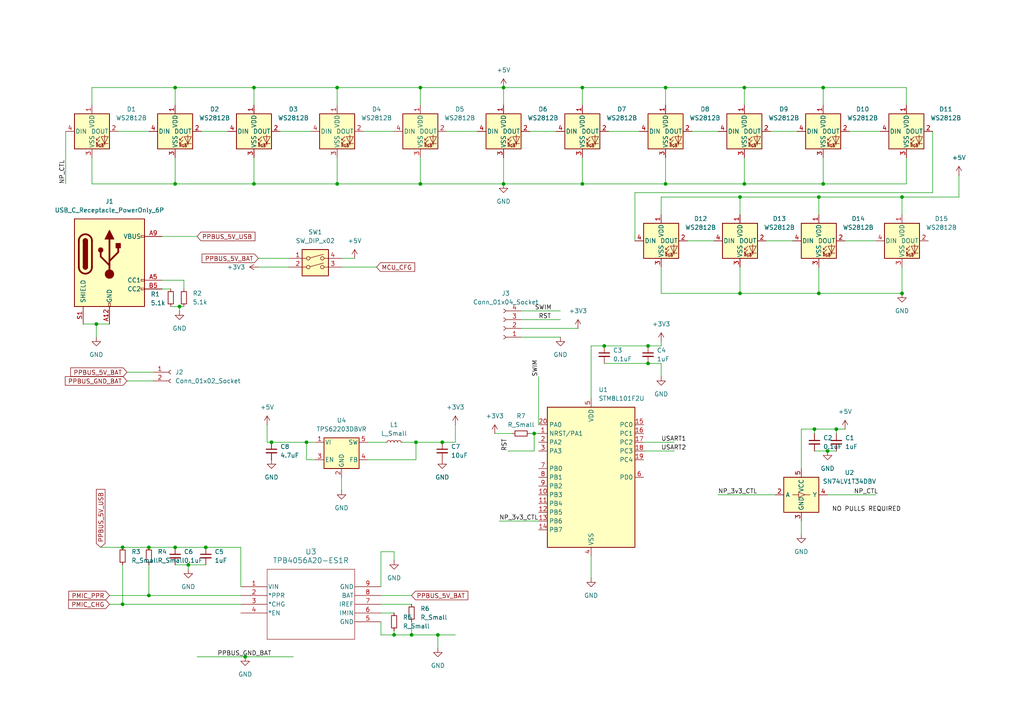
<source format=kicad_sch>
(kicad_sch (version 20241004) (generator "eeschema") (generator_version "8.99")
  (paper "A4")
  (lib_symbols
    (symbol "2025-01-01_17-30-58:TPB4056A20-ES1R" (pin_names (offset 0.254))
      (property "Reference" "U" (at 20.32 10.16 0))
      (property "Value" "TPB4056A20-ES1R" (at 20.32 7.62 0))
      (symbol "TPB4056A20-ES1R_0_1"
        (polyline (pts (xy 7.62 5.08) (xy 7.62 -15.24)) (stroke (width 0.127)))
        (polyline (pts (xy 7.62 -15.24) (xy 33.02 -15.24)) (stroke (width 0.127)))
        (polyline (pts (xy 33.02 5.08) (xy 7.62 5.08)) (stroke (width 0.127)))
        (polyline (pts (xy 33.02 -15.24) (xy 33.02 5.08)) (stroke (width 0.127)))
        (pin power_in line (at 0 0 0) (length 7.62) (name "VIN") (number "1"))
        (pin output line (at 0 -2.54 0) (length 7.62) (name "*PPR") (number "2"))
        (pin output line (at 0 -5.08 0) (length 7.62) (name "*CHG") (number "3"))
        (pin input line (at 0 -7.62 0) (length 7.62) (name "*EN") (number "4"))
        (pin power_out line (at 40.64 0 180) (length 7.62) (name "GND") (number "9"))
        (pin output line (at 40.64 -2.54 180) (length 7.62) (name "BAT") (number "8"))
        (pin input line (at 40.64 -5.08 180) (length 7.62) (name "IREF") (number "7"))
        (pin input line (at 40.64 -7.62 180) (length 7.62) (name "IMIN") (number "6"))
        (pin power_out line (at 40.64 -10.16 180) (length 7.62) (name "GND") (number "5"))
      )
    )
    (symbol "Connector:Conn_01x02_Socket" (pin_names (offset 1.016) (hide yes))
      (property "Reference" "J" (at 0 2.54 0))
      (property "Value" "Conn_01x02_Socket" (at 0 -5.08 0))
      (symbol "Conn_01x02_Socket_1_1"
        (polyline (pts (xy -1.27 0) (xy -0.508 0)) (stroke (width 0.1524)))
        (polyline (pts (xy -1.27 -2.54) (xy -0.508 -2.54)) (stroke (width 0.1524)))
        (arc (start 0 -0.508) (mid -0.5058 0) (end 0 0.508) (stroke (width 0.1524)))
        (arc (start 0 -3.048) (mid -0.5058 -2.54) (end 0 -2.032) (stroke (width 0.1524)))
        (pin passive line (at -5.08 0 0) (length 3.81) (name "Pin_1") (number "1"))
        (pin passive line (at -5.08 -2.54 0) (length 3.81) (name "Pin_2") (number "2"))
      )
    )
    (symbol "Connector:Conn_01x04_Socket" (pin_names (offset 1.016) (hide yes))
      (property "Reference" "J" (at 0 5.08 0))
      (property "Value" "Conn_01x04_Socket" (at 0 -7.62 0))
      (symbol "Conn_01x04_Socket_1_1"
        (polyline (pts (xy -1.27 2.54) (xy -0.508 2.54)) (stroke (width 0.1524)))
        (polyline (pts (xy -1.27 0) (xy -0.508 0)) (stroke (width 0.1524)))
        (polyline (pts (xy -1.27 -2.54) (xy -0.508 -2.54)) (stroke (width 0.1524)))
        (polyline (pts (xy -1.27 -5.08) (xy -0.508 -5.08)) (stroke (width 0.1524)))
        (arc (start 0 2.032) (mid -0.5058 2.54) (end 0 3.048) (stroke (width 0.1524)))
        (arc (start 0 -0.508) (mid -0.5058 0) (end 0 0.508) (stroke (width 0.1524)))
        (arc (start 0 -3.048) (mid -0.5058 -2.54) (end 0 -2.032) (stroke (width 0.1524)))
        (arc (start 0 -5.588) (mid -0.5058 -5.08) (end 0 -4.572) (stroke (width 0.1524)))
        (pin passive line (at -5.08 2.54 0) (length 3.81) (name "Pin_1") (number "1"))
        (pin passive line (at -5.08 0 0) (length 3.81) (name "Pin_2") (number "2"))
        (pin passive line (at -5.08 -2.54 0) (length 3.81) (name "Pin_3") (number "3"))
        (pin passive line (at -5.08 -5.08 0) (length 3.81) (name "Pin_4") (number "4"))
      )
    )
    (symbol "Connector:USB_C_Receptacle_PowerOnly_6P" (pin_names (offset 1.016))
      (property "Reference" "J" (at 0 16.51 0))
      (property "Value" "USB_C_Receptacle_PowerOnly_6P" (at 0 13.97 0))
      (symbol "USB_C_Receptacle_PowerOnly_6P_0_0"
        (rectangle (start -0.254 -12.7) (end 0.254 -11.684))
        (rectangle (start 10.16 7.874) (end 9.144 7.366))
        (rectangle (start 10.16 -4.826) (end 9.144 -5.334))
        (rectangle (start 10.16 -7.366) (end 9.144 -7.874))
      )
      (symbol "USB_C_Receptacle_PowerOnly_6P_0_1"
        (rectangle (start -10.16 12.7) (end 10.16 -12.7) (stroke (width 0.254)) (fill (type background)))
        (polyline (pts (xy -8.89 -1.27) (xy -8.89 6.35)) (stroke (width 0.508)))
        (rectangle (start -7.62 -1.27) (end -6.35 6.35) (stroke (width 0.254)) (fill (type outline)))
        (arc (start -7.62 6.35) (mid -6.985 6.9823) (end -6.35 6.35) (stroke (width 0.254)) (fill (type outline)))
        (arc (start -7.62 6.35) (mid -6.985 6.9823) (end -6.35 6.35) (stroke (width 0.254)))
        (arc (start -8.89 6.35) (mid -6.985 8.2467) (end -5.08 6.35) (stroke (width 0.508)))
        (arc (start -5.08 -1.27) (mid -6.985 -3.1667) (end -8.89 -1.27) (stroke (width 0.508)))
        (arc (start -6.35 -1.27) (mid -6.985 -1.9023) (end -7.62 -1.27) (stroke (width 0.254)))
        (arc (start -6.35 -1.27) (mid -6.985 -1.9023) (end -7.62 -1.27) (stroke (width 0.254)) (fill (type outline)))
        (polyline (pts (xy -5.08 6.35) (xy -5.08 -1.27)) (stroke (width 0.508)))
        (circle (center -2.54 3.683) (radius 0.635) (stroke (width 0.254)) (fill (type outline)))
        (polyline (pts (xy -1.27 6.858) (xy 0 9.398) (xy 1.27 6.858) (xy -1.27 6.858)) (stroke (width 0.254)) (fill (type outline)))
        (polyline (pts (xy 0 0.508) (xy 2.54 3.048) (xy 2.54 4.318)) (stroke (width 0.508)))
        (polyline (pts (xy 0 -0.762) (xy -2.54 1.778) (xy -2.54 3.048)) (stroke (width 0.508)))
        (circle (center 0 -3.302) (radius 1.27) (fill (type outline)))
        (polyline (pts (xy 0 -3.302) (xy 0 6.858)) (stroke (width 0.508)))
        (rectangle (start 1.905 4.318) (end 3.175 5.588) (stroke (width 0.254)) (fill (type outline)))
      )
      (symbol "USB_C_Receptacle_PowerOnly_6P_1_1"
        (pin passive line (at -7.62 -17.78 90) (length 5.08) (name "SHIELD") (number "S1"))
        (pin passive line (at 0 -17.78 90) (length 5.08) (name "GND") (number "A12"))
        (pin passive line (at 0 -17.78 90) (length 5.08) (hide yes) (name "GND") (number "B12"))
        (pin passive line (at 15.24 7.62 180) (length 5.08) (name "VBUS") (number "A9"))
        (pin passive line (at 15.24 7.62 180) (length 5.08) (hide yes) (name "VBUS") (number "B9"))
        (pin bidirectional line (at 15.24 -5.08 180) (length 5.08) (name "CC1") (number "A5"))
        (pin bidirectional line (at 15.24 -7.62 180) (length 5.08) (name "CC2") (number "B5"))
      )
    )
    (symbol "Device:C_Small" (pin_numbers (hide yes)) (pin_names (offset 0.254) (hide yes))
      (property "Reference" "C" (at 0.254 1.778 0))
      (property "Value" "C_Small" (at 0.254 -2.032 0))
      (symbol "C_Small_0_1"
        (polyline (pts (xy -1.524 0.508) (xy 1.524 0.508)) (stroke (width 0.3048)))
        (polyline (pts (xy -1.524 -0.508) (xy 1.524 -0.508)) (stroke (width 0.3302)))
      )
      (symbol "C_Small_1_1"
        (pin passive line (at 0 2.54 270) (length 2.032) (name "~") (number "1"))
        (pin passive line (at 0 -2.54 90) (length 2.032) (name "~") (number "2"))
      )
    )
    (symbol "Device:L_Small" (pin_numbers (hide yes)) (pin_names (offset 0.254) (hide yes))
      (property "Reference" "L" (at 0.762 1.016 0))
      (property "Value" "L_Small" (at 0.762 -1.016 0))
      (symbol "L_Small_0_1"
        (arc (start 0 2.032) (mid 0.5058 1.524) (end 0 1.016))
        (arc (start 0 1.016) (mid 0.5058 0.508) (end 0 0))
        (arc (start 0 0) (mid 0.5058 -0.508) (end 0 -1.016))
        (arc (start 0 -1.016) (mid 0.5058 -1.524) (end 0 -2.032))
      )
      (symbol "L_Small_1_1"
        (pin passive line (at 0 2.54 270) (length 0.508) (name "~") (number "1"))
        (pin passive line (at 0 -2.54 90) (length 0.508) (name "~") (number "2"))
      )
    )
    (symbol "Device:R_Small" (pin_numbers (hide yes)) (pin_names (offset 0.254) (hide yes))
      (property "Reference" "R" (at 0.762 0.508 0))
      (property "Value" "R_Small" (at 0.762 -1.016 0))
      (symbol "R_Small_0_1"
        (rectangle (start -0.762 1.778) (end 0.762 -1.778) (stroke (width 0.2032)))
      )
      (symbol "R_Small_1_1"
        (pin passive line (at 0 2.54 270) (length 0.762) (name "~") (number "1"))
        (pin passive line (at 0 -2.54 90) (length 0.762) (name "~") (number "2"))
      )
    )
    (symbol "LED:WS2812B" (pin_names (offset 0.254))
      (property "Reference" "D" (at 5.08 5.715 0))
      (property "Value" "WS2812B" (at 1.27 -5.715 0))
      (symbol "WS2812B_0_0"
        (text "RGB" (at 2.286 -4.191 0) (effects (font (size 0.762 0.762))))
      )
      (symbol "WS2812B_0_1"
        (polyline (pts (xy 1.27 -2.54) (xy 1.778 -2.54)))
        (polyline (pts (xy 1.27 -3.556) (xy 1.778 -3.556)))
        (polyline (pts (xy 2.286 -1.524) (xy 1.27 -2.54) (xy 1.27 -2.032)))
        (polyline (pts (xy 2.286 -2.54) (xy 1.27 -3.556) (xy 1.27 -3.048)))
        (polyline (pts (xy 3.683 -1.016) (xy 3.683 -3.556) (xy 3.683 -4.064)))
        (polyline (pts (xy 4.699 -1.524) (xy 2.667 -1.524) (xy 3.683 -3.556) (xy 4.699 -1.524)))
        (polyline (pts (xy 4.699 -3.556) (xy 2.667 -3.556)))
        (rectangle (start 5.08 5.08) (end -5.08 -5.08) (stroke (width 0.254)) (fill (type background)))
      )
      (symbol "WS2812B_1_1"
        (pin input line (at -7.62 0 0) (length 2.54) (name "DIN") (number "4"))
        (pin power_in line (at 0 7.62 270) (length 2.54) (name "VDD") (number "1"))
        (pin power_in line (at 0 -7.62 90) (length 2.54) (name "VSS") (number "3"))
        (pin output line (at 7.62 0 180) (length 2.54) (name "DOUT") (number "2"))
      )
    )
    (symbol "Logic_LevelTranslator:SN74LV1T34DBV"
      (property "Reference" "U" (at 5.08 6.35 0))
      (property "Value" "SN74LV1T34DBV" (at 5.08 3.81 0))
      (symbol "SN74LV1T34DBV_0_1"
        (rectangle (start -5.08 5.08) (end 5.08 -5.08) (stroke (width 0.254)) (fill (type background)))
        (polyline (pts (xy -0.762 0) (xy -2.54 0)))
        (polyline (pts (xy 1.016 0) (xy 2.54 0)))
      )
      (symbol "SN74LV1T34DBV_1_1"
        (polyline (pts (xy -0.762 -0.762) (xy -0.762 0.762) (xy 1.016 0) (xy -0.762 -0.762)))
        (pin input line (at -7.62 0 0) (length 2.54) (name "A") (number "2"))
        (pin no_connect line (at -5.08 2.54 0) (length 2.54) (hide yes) (name "NC") (number "1"))
        (pin power_in line (at 0 7.62 270) (length 2.54) (name "VCC") (number "5"))
        (pin power_in line (at 0 -7.62 90) (length 2.54) (name "GND") (number "3"))
        (pin output line (at 7.62 0 180) (length 2.54) (name "Y") (number "4"))
      )
    )
    (symbol "MCU_ST_STM8:STM8L101F2U"
      (property "Reference" "U" (at -2.54 23.495 0))
      (property "Value" "STM8L101F2U" (at -2.54 21.59 0))
      (symbol "STM8L101F2U_0_1"
        (rectangle (start -12.7 20.32) (end 12.7 -20.32) (stroke (width 0.254)) (fill (type background)))
      )
      (symbol "STM8L101F2U_1_1"
        (pin bidirectional line (at -15.24 15.24 0) (length 2.54) (name "PA0") (number "20"))
        (pin bidirectional line (at -15.24 12.7 0) (length 2.54) (name "NRST/PA1") (number "1"))
        (pin bidirectional line (at -15.24 10.16 0) (length 2.54) (name "PA2") (number "2"))
        (pin bidirectional line (at -15.24 7.62 0) (length 2.54) (name "PA3") (number "3"))
        (pin bidirectional line (at -15.24 2.54 0) (length 2.54) (name "PB0") (number "7"))
        (pin bidirectional line (at -15.24 0 0) (length 2.54) (name "PB1") (number "8"))
        (pin bidirectional line (at -15.24 -2.54 0) (length 2.54) (name "PB2") (number "9"))
        (pin bidirectional line (at -15.24 -5.08 0) (length 2.54) (name "PB3") (number "10"))
        (pin bidirectional line (at -15.24 -7.62 0) (length 2.54) (name "PB4") (number "11"))
        (pin bidirectional line (at -15.24 -10.16 0) (length 2.54) (name "PB5") (number "12"))
        (pin bidirectional line (at -15.24 -12.7 0) (length 2.54) (name "PB6") (number "13"))
        (pin bidirectional line (at -15.24 -15.24 0) (length 2.54) (name "PB7") (number "14"))
        (pin power_in line (at 0 22.86 270) (length 2.54) (name "VDD") (number "5"))
        (pin power_in line (at 0 -22.86 90) (length 2.54) (name "VSS") (number "4"))
        (pin bidirectional line (at 15.24 15.24 180) (length 2.54) (name "PC0") (number "15"))
        (pin bidirectional line (at 15.24 12.7 180) (length 2.54) (name "PC1") (number "16"))
        (pin bidirectional line (at 15.24 10.16 180) (length 2.54) (name "PC2") (number "17"))
        (pin bidirectional line (at 15.24 7.62 180) (length 2.54) (name "PC3") (number "18"))
        (pin bidirectional line (at 15.24 5.08 180) (length 2.54) (name "PC4") (number "19"))
        (pin bidirectional line (at 15.24 0 180) (length 2.54) (name "PD0") (number "6"))
      )
    )
    (symbol "Regulator_Switching:TPS62203DBV" (pin_names (offset 0.254))
      (property "Reference" "U" (at -5.08 7.62 0))
      (property "Value" "TPS62203DBV" (at 0 7.62 0))
      (symbol "TPS62203DBV_0_1"
        (rectangle (start -5.08 6.35) (end 5.08 -2.54) (stroke (width 0.254)) (fill (type background)))
      )
      (symbol "TPS62203DBV_1_1"
        (pin power_in line (at -7.62 5.08 0) (length 2.54) (name "VI") (number "1"))
        (pin input line (at -7.62 0 0) (length 2.54) (name "EN") (number "3"))
        (pin power_in line (at 0 -5.08 90) (length 2.54) (name "GND") (number "2"))
        (pin output line (at 7.62 5.08 180) (length 2.54) (name "SW") (number "5"))
        (pin input line (at 7.62 0 180) (length 2.54) (name "FB") (number "4"))
      )
    )
    (symbol "Switch:SW_DIP_x02" (pin_names (offset 0) (hide yes))
      (property "Reference" "SW" (at 0 6.35 0))
      (property "Value" "SW_DIP_x02" (at 0 -3.81 0))
      (symbol "SW_DIP_x02_0_0"
        (circle (center -2.032 2.54) (radius 0.508))
        (circle (center -2.032 0) (radius 0.508))
        (polyline (pts (xy -1.524 2.667) (xy 2.3622 3.7084)))
        (polyline (pts (xy -1.524 0.127) (xy 2.3622 1.1684)))
        (circle (center 2.032 2.54) (radius 0.508))
        (circle (center 2.032 0) (radius 0.508))
      )
      (symbol "SW_DIP_x02_0_1"
        (rectangle (start -3.81 5.08) (end 3.81 -2.54) (stroke (width 0.254)) (fill (type background)))
      )
      (symbol "SW_DIP_x02_1_1"
        (pin passive line (at -7.62 2.54 0) (length 5.08) (name "~") (number "1"))
        (pin passive line (at -7.62 0 0) (length 5.08) (name "~") (number "2"))
        (pin passive line (at 7.62 2.54 180) (length 5.08) (name "~") (number "4"))
        (pin passive line (at 7.62 0 180) (length 5.08) (name "~") (number "3"))
      )
    )
    (symbol "power:+3V3" (power) (pin_numbers (hide yes)) (pin_names (offset 0) (hide yes))
      (property "Value" "+3V3" (at 0 3.556 0))
      (symbol "+3V3_0_1"
        (polyline (pts (xy -0.762 1.27) (xy 0 2.54)))
        (polyline (pts (xy 0 2.54) (xy 0.762 1.27)))
        (polyline (pts (xy 0 0) (xy 0 2.54)))
      )
      (symbol "+3V3_1_1"
        (pin power_in line (at 0 0 90) (length 0) (name "~") (number "1"))
      )
    )
    (symbol "power:+5V" (power) (pin_numbers (hide yes)) (pin_names (offset 0) (hide yes))
      (property "Value" "+5V" (at 0 3.556 0))
      (symbol "+5V_0_1"
        (polyline (pts (xy -0.762 1.27) (xy 0 2.54)))
        (polyline (pts (xy 0 2.54) (xy 0.762 1.27)))
        (polyline (pts (xy 0 0) (xy 0 2.54)))
      )
      (symbol "+5V_1_1"
        (pin power_in line (at 0 0 90) (length 0) (name "~") (number "1"))
      )
    )
    (symbol "power:GND" (power) (pin_numbers (hide yes)) (pin_names (offset 0) (hide yes))
      (property "Value" "GND" (at 0 -3.81 0))
      (symbol "GND_0_1"
        (polyline (pts (xy 0 0) (xy 0 -1.27) (xy 1.27 -1.27) (xy 0 -2.54) (xy -1.27 -1.27) (xy 0 -1.27)))
      )
      (symbol "GND_1_1"
        (pin power_in line (at 0 0 270) (length 0) (name "~") (number "1"))
      )
    )
  )
  (junction (at 146.05 25.4))
  (junction (at 88.9 128.27))
  (junction (at 154.94 125.73))
  (junction (at 35.56 158.75))
  (junction (at 237.49 85.09))
  (junction (at 97.79 53.34))
  (junction (at 215.9 53.34))
  (junction (at 50.8 53.34))
  (junction (at 215.9 25.4))
  (junction (at 128.27 128.27))
  (junction (at 187.96 100.33))
  (junction (at 50.8 158.75))
  (junction (at 119.38 184.15))
  (junction (at 238.76 25.4))
  (junction (at 237.49 57.15))
  (junction (at 175.26 100.33))
  (junction (at 261.62 57.15))
  (junction (at 54.61 163.83))
  (junction (at 236.22 124.46))
  (junction (at 73.66 53.34))
  (junction (at 261.62 85.09))
  (junction (at 168.91 53.34))
  (junction (at 97.79 25.4))
  (junction (at 214.63 85.09))
  (junction (at 146.05 53.34))
  (junction (at 168.91 25.4))
  (junction (at 43.18 158.75))
  (junction (at 193.04 25.4))
  (junction (at 238.76 53.34))
  (junction (at 35.56 175.26))
  (junction (at 50.8 25.4))
  (junction (at 242.57 124.46))
  (junction (at 27.94 93.98))
  (junction (at 43.18 172.72))
  (junction (at 73.66 25.4))
  (junction (at 114.3 184.15))
  (junction (at 187.96 105.41))
  (junction (at 214.63 57.15))
  (junction (at 78.74 128.27))
  (junction (at 52.07 88.9))
  (junction (at 59.69 158.75))
  (junction (at 193.04 53.34))
  (junction (at 71.12 190.5))
  (junction (at 121.92 53.34))
  (junction (at 127 184.15))
  (junction (at 121.92 25.4))
  (junction (at 120.65 128.27))
  (junction (at 240.03 130.81))
  (wire (pts (xy 191.77 100.33) (xy 191.77 99.06)))
  (wire (pts (xy 91.44 133.35) (xy 88.9 133.35)))
  (wire (pts (xy 242.57 124.46) (xy 242.57 125.73)))
  (wire (pts (xy 99.06 138.43) (xy 99.06 142.24)))
  (wire (pts (xy 175.26 100.33) (xy 171.45 100.33)))
  (wire (pts (xy 238.76 25.4) (xy 238.76 30.48)))
  (wire (pts (xy 237.49 77.47) (xy 237.49 85.09)))
  (wire (pts (xy 240.03 143.51) (xy 254 143.51)))
  (wire (pts (xy 110.49 184.15) (xy 110.49 180.34)))
  (wire (pts (xy 50.8 25.4) (xy 73.66 25.4)))
  (wire (pts (xy 74.93 77.47) (xy 83.82 77.47)))
  (wire (pts (xy 26.67 25.4) (xy 50.8 25.4)))
  (wire (pts (xy 27.94 93.98) (xy 31.75 93.98)))
  (wire (pts (xy 168.91 53.34) (xy 193.04 53.34)))
  (wire (pts (xy 36.83 107.95) (xy 44.45 107.95)))
  (wire (pts (xy 191.77 100.33) (xy 187.96 100.33)))
  (wire (pts (xy 54.61 163.83) (xy 54.61 165.1)))
  (wire (pts (xy 46.99 83.82) (xy 49.53 83.82)))
  (wire (pts (xy 31.75 172.72) (xy 43.18 172.72)))
  (wire (pts (xy 236.22 124.46) (xy 236.22 125.73)))
  (wire (pts (xy 99.06 77.47) (xy 109.22 77.47)))
  (wire (pts (xy 106.68 128.27) (xy 111.76 128.27)))
  (wire (pts (xy 110.49 172.72) (xy 119.38 172.72)))
  (wire (pts (xy 215.9 45.72) (xy 215.9 53.34)))
  (wire (pts (xy 222.25 69.85) (xy 229.87 69.85)))
  (wire (pts (xy 154.94 125.73) (xy 156.21 125.73)))
  (wire (pts (xy 26.67 53.34) (xy 50.8 53.34)))
  (wire (pts (xy 119.38 184.15) (xy 127 184.15)))
  (wire (pts (xy 88.9 133.35) (xy 88.9 128.27)))
  (wire (pts (xy 114.3 160.02) (xy 114.3 162.56)))
  (wire (pts (xy 151.13 92.71) (xy 162.56 92.71)))
  (wire (pts (xy 43.18 158.75) (xy 35.56 158.75)))
  (wire (pts (xy 81.28 38.1) (xy 90.17 38.1)))
  (wire (pts (xy 120.65 128.27) (xy 128.27 128.27)))
  (wire (pts (xy 146.05 45.72) (xy 146.05 53.34)))
  (wire (pts (xy 151.13 90.17) (xy 162.56 90.17)))
  (wire (pts (xy 119.38 180.34) (xy 119.38 184.15)))
  (wire (pts (xy 238.76 25.4) (xy 262.89 25.4)))
  (wire (pts (xy 214.63 85.09) (xy 237.49 85.09)))
  (wire (pts (xy 50.8 53.34) (xy 73.66 53.34)))
  (wire (pts (xy 69.85 158.75) (xy 59.69 158.75)))
  (wire (pts (xy 146.05 25.4) (xy 168.91 25.4)))
  (wire (pts (xy 191.77 57.15) (xy 191.77 62.23)))
  (wire (pts (xy 214.63 57.15) (xy 214.63 62.23)))
  (wire (pts (xy 246.38 38.1) (xy 255.27 38.1)))
  (wire (pts (xy 238.76 45.72) (xy 238.76 53.34)))
  (wire (pts (xy 52.07 88.9) (xy 52.07 90.17)))
  (wire (pts (xy 121.92 25.4) (xy 121.92 30.48)))
  (wire (pts (xy 24.13 93.98) (xy 27.94 93.98)))
  (wire (pts (xy 171.45 161.29) (xy 171.45 167.64)))
  (wire (pts (xy 73.66 45.72) (xy 73.66 53.34)))
  (wire (pts (xy 129.54 38.1) (xy 138.43 38.1)))
  (wire (pts (xy 88.9 128.27) (xy 91.44 128.27)))
  (wire (pts (xy 73.66 25.4) (xy 73.66 30.48)))
  (wire (pts (xy 110.49 175.26) (xy 119.38 175.26)))
  (wire (pts (xy 97.79 25.4) (xy 121.92 25.4)))
  (wire (pts (xy 175.26 105.41) (xy 187.96 105.41)))
  (wire (pts (xy 261.62 57.15) (xy 261.62 62.23)))
  (wire (pts (xy 200.66 38.1) (xy 208.28 38.1)))
  (wire (pts (xy 50.8 158.75) (xy 43.18 158.75)))
  (wire (pts (xy 127 184.15) (xy 132.08 184.15)))
  (wire (pts (xy 146.05 53.34) (xy 168.91 53.34)))
  (wire (pts (xy 191.77 105.41) (xy 191.77 109.22)))
  (wire (pts (xy 191.77 85.09) (xy 214.63 85.09)))
  (wire (pts (xy 146.05 25.4) (xy 146.05 30.48)))
  (wire (pts (xy 114.3 184.15) (xy 119.38 184.15)))
  (wire (pts (xy 35.56 158.75) (xy 29.21 158.75)))
  (wire (pts (xy 261.62 77.47) (xy 261.62 85.09)))
  (wire (pts (xy 143.51 125.73) (xy 148.59 125.73)))
  (wire (pts (xy 171.45 100.33) (xy 171.45 115.57)))
  (wire (pts (xy 35.56 175.26) (xy 69.85 175.26)))
  (wire (pts (xy 242.57 124.46) (xy 245.11 124.46)))
  (wire (pts (xy 186.69 128.27) (xy 195.58 128.27)))
  (wire (pts (xy 261.62 57.15) (xy 278.13 57.15)))
  (wire (pts (xy 43.18 163.83) (xy 43.18 172.72)))
  (wire (pts (xy 69.85 158.75) (xy 69.85 170.18)))
  (wire (pts (xy 208.28 143.51) (xy 224.79 143.51)))
  (wire (pts (xy 187.96 105.41) (xy 191.77 105.41)))
  (wire (pts (xy 35.56 163.83) (xy 35.56 175.26)))
  (wire (pts (xy 237.49 85.09) (xy 261.62 85.09)))
  (wire (pts (xy 19.05 38.1) (xy 19.05 53.34)))
  (wire (pts (xy 49.53 88.9) (xy 52.07 88.9)))
  (wire (pts (xy 214.63 77.47) (xy 214.63 85.09)))
  (wire (pts (xy 153.67 125.73) (xy 154.94 125.73)))
  (wire (pts (xy 193.04 25.4) (xy 215.9 25.4)))
  (wire (pts (xy 97.79 53.34) (xy 121.92 53.34)))
  (wire (pts (xy 57.15 190.5) (xy 71.12 190.5)))
  (wire (pts (xy 71.12 190.5) (xy 85.09 190.5)))
  (wire (pts (xy 88.9 128.27) (xy 78.74 128.27)))
  (wire (pts (xy 27.94 93.98) (xy 27.94 97.79)))
  (wire (pts (xy 36.83 110.49) (xy 44.45 110.49)))
  (wire (pts (xy 77.47 123.19) (xy 77.47 128.27)))
  (wire (pts (xy 121.92 53.34) (xy 146.05 53.34)))
  (wire (pts (xy 193.04 25.4) (xy 193.04 30.48)))
  (wire (pts (xy 262.89 25.4) (xy 262.89 30.48)))
  (wire (pts (xy 168.91 45.72) (xy 168.91 53.34)))
  (wire (pts (xy 232.41 124.46) (xy 236.22 124.46)))
  (wire (pts (xy 73.66 53.34) (xy 97.79 53.34)))
  (wire (pts (xy 232.41 151.13) (xy 232.41 154.94)))
  (wire (pts (xy 262.89 45.72) (xy 262.89 53.34)))
  (wire (pts (xy 215.9 53.34) (xy 238.76 53.34)))
  (wire (pts (xy 26.67 30.48) (xy 26.67 25.4)))
  (wire (pts (xy 186.69 130.81) (xy 195.58 130.81)))
  (wire (pts (xy 46.99 68.58) (xy 57.15 68.58)))
  (wire (pts (xy 240.03 130.81) (xy 242.57 130.81)))
  (wire (pts (xy 176.53 38.1) (xy 185.42 38.1)))
  (wire (pts (xy 199.39 69.85) (xy 207.01 69.85)))
  (wire (pts (xy 154.94 130.81) (xy 154.94 125.73)))
  (wire (pts (xy 105.41 38.1) (xy 114.3 38.1)))
  (wire (pts (xy 187.96 100.33) (xy 175.26 100.33)))
  (wire (pts (xy 191.77 77.47) (xy 191.77 85.09)))
  (wire (pts (xy 144.78 151.13) (xy 156.21 151.13)))
  (wire (pts (xy 236.22 130.81) (xy 240.03 130.81)))
  (wire (pts (xy 74.93 74.93) (xy 83.82 74.93)))
  (wire (pts (xy 191.77 57.15) (xy 214.63 57.15)))
  (wire (pts (xy 168.91 25.4) (xy 193.04 25.4)))
  (wire (pts (xy 54.61 163.83) (xy 59.69 163.83)))
  (wire (pts (xy 132.08 123.19) (xy 132.08 128.27)))
  (wire (pts (xy 31.75 175.26) (xy 35.56 175.26)))
  (wire (pts (xy 50.8 163.83) (xy 54.61 163.83)))
  (wire (pts (xy 215.9 25.4) (xy 238.76 25.4)))
  (wire (pts (xy 110.49 160.02) (xy 114.3 160.02)))
  (wire (pts (xy 223.52 38.1) (xy 231.14 38.1)))
  (wire (pts (xy 236.22 124.46) (xy 242.57 124.46)))
  (wire (pts (xy 121.92 45.72) (xy 121.92 53.34)))
  (wire (pts (xy 184.15 55.88) (xy 184.15 69.85)))
  (wire (pts (xy 50.8 45.72) (xy 50.8 53.34)))
  (wire (pts (xy 237.49 57.15) (xy 261.62 57.15)))
  (wire (pts (xy 50.8 25.4) (xy 50.8 30.48)))
  (wire (pts (xy 52.07 88.9) (xy 53.34 88.9)))
  (wire (pts (xy 120.65 133.35) (xy 120.65 128.27)))
  (wire (pts (xy 110.49 184.15) (xy 114.3 184.15)))
  (wire (pts (xy 43.18 172.72) (xy 69.85 172.72)))
  (wire (pts (xy 214.63 57.15) (xy 237.49 57.15)))
  (wire (pts (xy 106.68 133.35) (xy 120.65 133.35)))
  (wire (pts (xy 26.67 45.72) (xy 26.67 53.34)))
  (wire (pts (xy 215.9 25.4) (xy 215.9 30.48)))
  (wire (pts (xy 168.91 25.4) (xy 168.91 30.48)))
  (wire (pts (xy 245.11 69.85) (xy 254 69.85)))
  (wire (pts (xy 97.79 25.4) (xy 97.79 30.48)))
  (wire (pts (xy 270.51 55.88) (xy 184.15 55.88)))
  (wire (pts (xy 46.99 81.28) (xy 53.34 81.28)))
  (wire (pts (xy 110.49 177.8) (xy 114.3 177.8)))
  (wire (pts (xy 232.41 124.46) (xy 232.41 135.89)))
  (wire (pts (xy 278.13 50.8) (xy 278.13 57.15)))
  (wire (pts (xy 110.49 170.18) (xy 110.49 160.02)))
  (wire (pts (xy 238.76 53.34) (xy 262.89 53.34)))
  (wire (pts (xy 151.13 97.79) (xy 162.56 97.79)))
  (wire (pts (xy 78.74 128.27) (xy 77.47 128.27)))
  (wire (pts (xy 58.42 38.1) (xy 66.04 38.1)))
  (wire (pts (xy 147.32 130.81) (xy 154.94 130.81)))
  (wire (pts (xy 73.66 25.4) (xy 97.79 25.4)))
  (wire (pts (xy 34.29 38.1) (xy 43.18 38.1)))
  (wire (pts (xy 193.04 53.34) (xy 215.9 53.34)))
  (wire (pts (xy 97.79 45.72) (xy 97.79 53.34)))
  (wire (pts (xy 237.49 57.15) (xy 237.49 62.23)))
  (wire (pts (xy 120.65 128.27) (xy 116.84 128.27)))
  (wire (pts (xy 156.21 109.22) (xy 156.21 123.19)))
  (wire (pts (xy 270.51 38.1) (xy 270.51 55.88)))
  (wire (pts (xy 99.06 74.93) (xy 102.87 74.93)))
  (wire (pts (xy 59.69 158.75) (xy 50.8 158.75)))
  (wire (pts (xy 127 184.15) (xy 127 187.96)))
  (wire (pts (xy 53.34 81.28) (xy 53.34 83.82)))
  (wire (pts (xy 121.92 25.4) (xy 146.05 25.4)))
  (wire (pts (xy 193.04 45.72) (xy 193.04 53.34)))
  (wire (pts (xy 151.13 95.25) (xy 167.64 95.25)))
  (wire (pts (xy 153.67 38.1) (xy 161.29 38.1)))
  (wire (pts (xy 128.27 128.27) (xy 132.08 128.27)))
  (wire (pts (xy 114.3 184.15) (xy 114.3 182.88)))
  (label "RST" (at 156.21 92.71 0))
  (label "NO PULLS REQUIRED" (at 241.3 148.59 0))
  (label "USART2" (at 191.77 130.81 0))
  (label "NP_CTL" (at 19.05 53.34 90))
  (label "PPBUS_GND_BAT" (at 78.74 190.5 180))
  (label "SWIM" (at 156.21 109.22 90))
  (label "SWIM" (at 160.02 90.17 180))
  (label "NP_3v3_CTL" (at 144.78 151.13 0))
  (label "USART1" (at 191.77 128.27 0))
  (label "RST" (at 147.32 130.81 90))
  (label "NP_3v3_CTL" (at 208.28 143.51 0))
  (label "NP_CTL" (at 247.65 143.51 0))
  (global_label "PPBUS_5V_USB" (shape input) (at 57.15 68.58 0) (property "Intersheetrefs" "${INTERSHEET_REFS}" (effects (hide yes))))
  (global_label "PMIC_PPR" (shape input) (at 31.75 172.72 180) (property "Intersheetrefs" "${INTERSHEET_REFS}" (effects (hide yes))))
  (global_label "MCU_CFG" (shape input) (at 109.22 77.47 0) (property "Intersheetrefs" "${INTERSHEET_REFS}" (effects (hide yes))))
  (global_label "PPBUS_5V_BAT" (shape input) (at 36.83 107.95 180) (property "Intersheetrefs" "${INTERSHEET_REFS}" (effects (hide yes))))
  (global_label "PPBUS_GND_BAT" (shape input) (at 36.83 110.49 180) (property "Intersheetrefs" "${INTERSHEET_REFS}" (effects (hide yes))))
  (global_label "PPBUS_5V_BAT" (shape input) (at 119.38 172.72 0) (property "Intersheetrefs" "${INTERSHEET_REFS}" (effects (hide yes))))
  (global_label "PPBUS_5V_USB" (shape input) (at 29.21 158.75 90) (property "Intersheetrefs" "${INTERSHEET_REFS}" (effects (hide yes))))
  (global_label "PPBUS_5V_BAT" (shape input) (at 74.93 74.93 180) (property "Intersheetrefs" "${INTERSHEET_REFS}" (effects (hide yes))))
  (global_label "PMIC_CHG" (shape input) (at 31.75 175.26 180) (property "Intersheetrefs" "${INTERSHEET_REFS}" (effects (hide yes))))
  (symbol (lib_id "Switch:SW_DIP_x02") (at 91.44 77.47 0) (unit 1)
    (property "Reference" "SW1" (at 91.44 67.31 0))
    (property "Value" "SW_DIP_x02" (at 91.44 69.85 0))
    (property "Footprint" "Button_Switch_SMD:SW_DIP_SPSTx02_Slide_6.7x6.64mm_W6.73mm_P2.54mm_LowProfile_JPin" (effects (hide yes)))
    (property "Description" "2x DIP Switch, Single Pole Single Throw (SPST) switch, small symbol" (effects (hide yes)))
  )
  (symbol (lib_id "power:+5V") (at 245.11 124.46 0) (unit 1)
    (property "Reference" "#PWR04" (effects (hide yes)))
    (property "Value" "+5V" (at 245.11 119.38 0))
    (property "Description" "Power symbol creates a global label with name \"+5V\"" (effects (hide yes)))
  )
  (symbol (lib_id "Device:C_Small") (at 50.8 161.29 0) (unit 1)
    (property "Reference" "C6" (at 53.34 160.0262 0) (effects (justify left)))
    (property "Value" "0.1uF" (at 53.34 162.5662 0) (effects (justify left)))
    (property "Footprint" "Capacitor_SMD:C_1206_3216Metric" (effects (hide yes)))
    (property "Description" "Unpolarized capacitor, small symbol" (effects (hide yes)))
  )
  (symbol (lib_id "Device:R_Small") (at 35.56 161.29 0) (unit 1)
    (property "Reference" "R3" (at 38.1 160.0199 0) (effects (justify left)))
    (property "Value" "R_Small" (at 38.1 162.5599 0) (effects (justify left)))
    (property "Footprint" "Resistor_SMD:R_1206_3216Metric" (effects (hide yes)))
    (property "Description" "Resistor, small symbol" (effects (hide yes)))
  )
  (symbol (lib_id "power:+3V3") (at 132.08 123.19 0) (unit 1)
    (property "Reference" "#PWR022" (effects (hide yes)))
    (property "Value" "+3V3" (at 132.08 118.11 0))
    (property "Description" "Power symbol creates a global label with name \"+3V3\"" (effects (hide yes)))
  )
  (symbol (lib_id "power:GND") (at 54.61 165.1 0) (unit 1)
    (property "Reference" "#PWR013" (effects (hide yes)))
    (property "Value" "GND" (at 54.61 170.18 0))
    (property "Description" "Power symbol creates a global label with name \"GND\" , ground" (effects (hide yes)))
  )
  (symbol (lib_id "Device:R_Small") (at 119.38 177.8 0) (unit 1)
    (property "Reference" "R6" (at 121.92 176.5299 0) (effects (justify left)))
    (property "Value" "R_Small" (at 121.92 179.0699 0) (effects (justify left)))
    (property "Footprint" "Resistor_SMD:R_1206_3216Metric" (effects (hide yes)))
    (property "Description" "Resistor, small symbol" (effects (hide yes)))
  )
  (symbol (lib_id "Device:C_Small") (at 175.26 102.87 0) (unit 1)
    (property "Reference" "C3" (at 177.8 101.6062 0) (effects (justify left)))
    (property "Value" "0.1uF" (at 177.8 104.1462 0) (effects (justify left)))
    (property "Footprint" "Capacitor_SMD:C_1206_3216Metric" (effects (hide yes)))
    (property "Description" "Unpolarized capacitor, small symbol" (effects (hide yes)))
  )
  (symbol (lib_id "Connector:USB_C_Receptacle_PowerOnly_6P") (at 31.75 76.2 0) (unit 1)
    (property "Reference" "J1" (at 31.75 58.42 0))
    (property "Value" "USB_C_Receptacle_PowerOnly_6P" (at 31.75 60.96 0))
    (property "Footprint" "Connector_USB:USB_C_Receptacle_GCT_USB4125-xx-x-0190_6P_TopMnt_Horizontal" (effects (hide yes)))
    (property "Datasheet" "https://www.usb.org/sites/default/files/documents/usb_type-c.zip" (effects (hide yes)))
    (property "Description" "USB Power-Only 6P Type-C Receptacle connector" (effects (hide yes)))
  )
  (symbol (lib_id "power:+5V") (at 278.13 50.8 0) (unit 1)
    (property "Reference" "#PWR019" (effects (hide yes)))
    (property "Value" "+5V" (at 278.13 45.72 0))
    (property "Description" "Power symbol creates a global label with name \"+5V\"" (effects (hide yes)))
  )
  (symbol (lib_id "Device:R_Small") (at 53.34 86.36 0) (unit 1)
    (property "Reference" "R2" (at 55.88 85.0899 0) (effects (justify left)))
    (property "Value" "5.1k" (at 55.88 87.6299 0) (effects (justify left)))
    (property "Footprint" "Resistor_SMD:R_1206_3216Metric" (effects (hide yes)))
    (property "Description" "Resistor, small symbol" (effects (hide yes)))
  )
  (symbol (lib_id "LED:WS2812B") (at 215.9 38.1 0) (unit 1)
    (property "Reference" "D9" (at 227.33 31.6798 0))
    (property "Value" "WS2812B" (at 227.33 34.2198 0))
    (property "Footprint" "LED_SMD:LED_WS2812B_PLCC4_5.0x5.0mm_P3.2mm" (effects (hide yes)))
    (property "Datasheet" "https://cdn-shop.adafruit.com/datasheets/WS2812B.pdf" (effects (hide yes)))
    (property "Description" "RGB LED with integrated controller" (effects (hide yes)))
  )
  (symbol (lib_id "LED:WS2812B") (at 191.77 69.85 0) (unit 1)
    (property "Reference" "D12" (at 203.2 63.4298 0))
    (property "Value" "WS2812B" (at 203.2 65.9698 0))
    (property "Footprint" "LED_SMD:LED_WS2812B_PLCC4_5.0x5.0mm_P3.2mm" (effects (hide yes)))
    (property "Datasheet" "https://cdn-shop.adafruit.com/datasheets/WS2812B.pdf" (effects (hide yes)))
    (property "Description" "RGB LED with integrated controller" (effects (hide yes)))
  )
  (symbol (lib_id "power:GND") (at 99.06 142.24 0) (unit 1)
    (property "Reference" "#PWR021" (effects (hide yes)))
    (property "Value" "GND" (at 99.06 147.32 0))
    (property "Description" "Power symbol creates a global label with name \"GND\" , ground" (effects (hide yes)))
  )
  (symbol (lib_id "power:+5V") (at 77.47 123.19 0) (unit 1)
    (property "Reference" "#PWR023" (effects (hide yes)))
    (property "Value" "+5V" (at 77.47 118.11 0))
    (property "Description" "Power symbol creates a global label with name \"+5V\"" (effects (hide yes)))
  )
  (symbol (lib_id "power:GND") (at 240.03 130.81 0) (unit 1)
    (property "Reference" "#PWR05" (effects (hide yes)))
    (property "Value" "GND" (at 240.03 135.89 0))
    (property "Description" "Power symbol creates a global label with name \"GND\" , ground" (effects (hide yes)))
  )
  (symbol (lib_id "power:GND") (at 114.3 162.56 0) (unit 1)
    (property "Reference" "#PWR010" (effects (hide yes)))
    (property "Value" "GND" (at 114.3 167.64 0))
    (property "Description" "Power symbol creates a global label with name \"GND\" , ground" (effects (hide yes)))
  )
  (symbol (lib_id "LED:WS2812B") (at 121.92 38.1 0) (unit 1)
    (property "Reference" "D5" (at 133.35 31.6798 0))
    (property "Value" "WS2812B" (at 133.35 34.2198 0))
    (property "Footprint" "LED_SMD:LED_WS2812B_PLCC4_5.0x5.0mm_P3.2mm" (effects (hide yes)))
    (property "Datasheet" "https://cdn-shop.adafruit.com/datasheets/WS2812B.pdf" (effects (hide yes)))
    (property "Description" "RGB LED with integrated controller" (effects (hide yes)))
  )
  (symbol (lib_id "Device:R_Small") (at 151.13 125.73 90) (unit 1)
    (property "Reference" "R7" (at 151.13 120.65 90))
    (property "Value" "R_Small" (at 151.13 123.19 90))
    (property "Footprint" "Resistor_SMD:R_1206_3216Metric" (effects (hide yes)))
    (property "Description" "Resistor, small symbol" (effects (hide yes)))
  )
  (symbol (lib_id "power:GND") (at 162.56 97.79 0) (unit 1)
    (property "Reference" "#PWR018" (effects (hide yes)))
    (property "Value" "GND" (at 162.56 102.87 0))
    (property "Description" "Power symbol creates a global label with name \"GND\" , ground" (effects (hide yes)))
  )
  (symbol (lib_id "power:GND") (at 146.05 53.34 0) (unit 1)
    (property "Reference" "#PWR02" (effects (hide yes)))
    (property "Value" "GND" (at 146.05 58.42 0))
    (property "Description" "Power symbol creates a global label with name \"GND\" , ground" (effects (hide yes)))
  )
  (symbol (lib_id "LED:WS2812B") (at 26.67 38.1 0) (unit 1)
    (property "Reference" "D1" (at 38.1 31.6798 0))
    (property "Value" "WS2812B" (at 38.1 34.2198 0))
    (property "Footprint" "LED_SMD:LED_WS2812B_PLCC4_5.0x5.0mm_P3.2mm" (effects (hide yes)))
    (property "Datasheet" "https://cdn-shop.adafruit.com/datasheets/WS2812B.pdf" (effects (hide yes)))
    (property "Description" "RGB LED with integrated controller" (effects (hide yes)))
  )
  (symbol (lib_id "LED:WS2812B") (at 146.05 38.1 0) (unit 1)
    (property "Reference" "D6" (at 157.48 31.6798 0))
    (property "Value" "WS2812B" (at 157.48 34.2198 0))
    (property "Footprint" "LED_SMD:LED_WS2812B_PLCC4_5.0x5.0mm_P3.2mm" (effects (hide yes)))
    (property "Datasheet" "https://cdn-shop.adafruit.com/datasheets/WS2812B.pdf" (effects (hide yes)))
    (property "Description" "RGB LED with integrated controller" (effects (hide yes)))
  )
  (symbol (lib_id "LED:WS2812B") (at 50.8 38.1 0) (unit 1)
    (property "Reference" "D2" (at 62.23 31.6798 0))
    (property "Value" "WS2812B" (at 62.23 34.2198 0))
    (property "Footprint" "LED_SMD:LED_WS2812B_PLCC4_5.0x5.0mm_P3.2mm" (effects (hide yes)))
    (property "Datasheet" "https://cdn-shop.adafruit.com/datasheets/WS2812B.pdf" (effects (hide yes)))
    (property "Description" "RGB LED with integrated controller" (effects (hide yes)))
  )
  (symbol (lib_id "Connector:Conn_01x02_Socket") (at 49.53 107.95 0) (unit 1)
    (property "Reference" "J2" (at 50.8 107.9499 0) (effects (justify left)))
    (property "Value" "Conn_01x02_Socket" (at 50.8 110.4899 0) (effects (justify left)))
    (property "Footprint" "Connector_JST:JST_JWPF_B02B-JWPF-SK-R_1x02_P2.00mm_Vertical" (effects (hide yes)))
    (property "Description" "Generic connector, single row, 01x02, script generated" (effects (hide yes)))
  )
  (symbol (lib_id "Device:C_Small") (at 236.22 128.27 0) (unit 1)
    (property "Reference" "C2" (at 238.76 127.0062 0) (effects (justify left)))
    (property "Value" "0.1uF" (at 238.76 129.5462 0) (effects (justify left)))
    (property "Footprint" "Capacitor_SMD:C_1206_3216Metric" (effects (hide yes)))
    (property "Description" "Unpolarized capacitor, small symbol" (effects (hide yes)))
  )
  (symbol (lib_id "power:GND") (at 78.74 133.35 0) (unit 1)
    (property "Reference" "#PWR024" (effects (hide yes)))
    (property "Value" "GND" (at 78.74 138.43 0))
    (property "Description" "Power symbol creates a global label with name \"GND\" , ground" (effects (hide yes)))
  )
  (symbol (lib_id "power:+3V3") (at 191.77 99.06 0) (unit 1)
    (property "Reference" "#PWR06" (effects (hide yes)))
    (property "Value" "+3V3" (at 191.77 93.98 0))
    (property "Description" "Power symbol creates a global label with name \"+3V3\"" (effects (hide yes)))
  )
  (symbol (lib_id "MCU_ST_STM8:STM8L101F2U") (at 171.45 138.43 0) (unit 1)
    (property "Reference" "U1" (at 173.5933 113.03 0) (effects (justify left)))
    (property "Value" "STM8L101F2U" (at 173.5933 115.57 0) (effects (justify left)))
    (property "Footprint" "Package_DFN_QFN:ST_UFQFPN-20_3x3mm_P0.5mm" (effects (hide yes)))
    (property "Datasheet" "https://www.st.com/resource/en/datasheet/stm8l101f1.pdf" (effects (hide yes)))
    (property "Description" "16MHz, 4K Flash, 1.5K RAM, 2K EEPROM, USART,  I²C, SPI, ADC, UFQFPN-20" (effects (hide yes)))
  )
  (symbol (lib_id "power:+5V") (at 102.87 74.93 0) (unit 1)
    (property "Reference" "#PWR011" (effects (hide yes)))
    (property "Value" "+5V" (at 102.87 69.85 0))
    (property "Description" "Power symbol creates a global label with name \"+5V\"" (effects (hide yes)))
  )
  (symbol (lib_id "Device:C_Small") (at 242.57 128.27 0) (unit 1)
    (property "Reference" "C1" (at 245.11 127.0062 0) (effects (justify left)))
    (property "Value" "1uF" (at 245.11 129.5462 0) (effects (justify left)))
    (property "Footprint" "Capacitor_SMD:C_1206_3216Metric" (effects (hide yes)))
    (property "Description" "Unpolarized capacitor, small symbol" (effects (hide yes)))
  )
  (symbol (lib_id "Device:R_Small") (at 49.53 86.36 0) (unit 1)
    (property "Reference" "R1" (at 43.688 85.344 0) (effects (justify left)))
    (property "Value" "5.1k" (at 43.688 87.884 0) (effects (justify left)))
    (property "Footprint" "Resistor_SMD:R_1206_3216Metric" (effects (hide yes)))
    (property "Description" "Resistor, small symbol" (effects (hide yes)))
  )
  (symbol (lib_id "LED:WS2812B") (at 237.49 69.85 0) (unit 1)
    (property "Reference" "D14" (at 248.92 63.4298 0))
    (property "Value" "WS2812B" (at 248.92 65.9698 0))
    (property "Footprint" "LED_SMD:LED_WS2812B_PLCC4_5.0x5.0mm_P3.2mm" (effects (hide yes)))
    (property "Datasheet" "https://cdn-shop.adafruit.com/datasheets/WS2812B.pdf" (effects (hide yes)))
    (property "Description" "RGB LED with integrated controller" (effects (hide yes)))
  )
  (symbol (lib_id "power:GND") (at 128.27 133.35 0) (unit 1)
    (property "Reference" "#PWR025" (effects (hide yes)))
    (property "Value" "GND" (at 128.27 138.43 0))
    (property "Description" "Power symbol creates a global label with name \"GND\" , ground" (effects (hide yes)))
  )
  (symbol (lib_id "Device:R_Small") (at 43.18 161.29 0) (unit 1)
    (property "Reference" "R4" (at 45.72 160.0199 0) (effects (justify left)))
    (property "Value" "R_Small" (at 45.72 162.5599 0) (effects (justify left)))
    (property "Footprint" "Resistor_SMD:R_1206_3216Metric" (effects (hide yes)))
    (property "Description" "Resistor, small symbol" (effects (hide yes)))
  )
  (symbol (lib_id "Device:C_Small") (at 128.27 130.81 0) (unit 1)
    (property "Reference" "C7" (at 130.81 129.5462 0) (effects (justify left)))
    (property "Value" "10uF" (at 130.81 132.0862 0) (effects (justify left)))
    (property "Footprint" "Capacitor_SMD:C_1206_3216Metric" (effects (hide yes)))
    (property "Description" "Unpolarized capacitor, small symbol" (effects (hide yes)))
  )
  (symbol (lib_id "Device:L_Small") (at 114.3 128.27 90) (unit 1)
    (property "Reference" "L1" (at 114.3 123.19 90))
    (property "Value" "L_Small" (at 114.3 125.73 90))
    (property "Footprint" "Inductor_SMD:L_1206_3216Metric" (effects (hide yes)))
    (property "Description" "Inductor, small symbol" (effects (hide yes)))
  )
  (symbol (lib_id "LED:WS2812B") (at 238.76 38.1 0) (unit 1)
    (property "Reference" "D10" (at 250.19 31.6798 0))
    (property "Value" "WS2812B" (at 250.19 34.2198 0))
    (property "Footprint" "LED_SMD:LED_WS2812B_PLCC4_5.0x5.0mm_P3.2mm" (effects (hide yes)))
    (property "Datasheet" "https://cdn-shop.adafruit.com/datasheets/WS2812B.pdf" (effects (hide yes)))
    (property "Description" "RGB LED with integrated controller" (effects (hide yes)))
  )
  (symbol (lib_id "LED:WS2812B") (at 261.62 69.85 0) (unit 1)
    (property "Reference" "D15" (at 273.05 63.4298 0))
    (property "Value" "WS2812B" (at 273.05 65.9698 0))
    (property "Footprint" "LED_SMD:LED_WS2812B_PLCC4_5.0x5.0mm_P3.2mm" (effects (hide yes)))
    (property "Datasheet" "https://cdn-shop.adafruit.com/datasheets/WS2812B.pdf" (effects (hide yes)))
    (property "Description" "RGB LED with integrated controller" (effects (hide yes)))
  )
  (symbol (lib_id "LED:WS2812B") (at 262.89 38.1 0) (unit 1)
    (property "Reference" "D11" (at 274.32 31.6798 0))
    (property "Value" "WS2812B" (at 274.32 34.2198 0))
    (property "Footprint" "LED_SMD:LED_WS2812B_PLCC4_5.0x5.0mm_P3.2mm" (effects (hide yes)))
    (property "Datasheet" "https://cdn-shop.adafruit.com/datasheets/WS2812B.pdf" (effects (hide yes)))
    (property "Description" "RGB LED with integrated controller" (effects (hide yes)))
  )
  (symbol (lib_id "Device:C_Small") (at 59.69 161.29 0) (unit 1)
    (property "Reference" "C5" (at 62.23 160.0262 0) (effects (justify left)))
    (property "Value" "1uF" (at 62.23 162.5662 0) (effects (justify left)))
    (property "Footprint" "Capacitor_SMD:C_1206_3216Metric" (effects (hide yes)))
    (property "Description" "Unpolarized capacitor, small symbol" (effects (hide yes)))
  )
  (symbol (lib_id "LED:WS2812B") (at 168.91 38.1 0) (unit 1)
    (property "Reference" "D7" (at 180.34 31.6798 0))
    (property "Value" "WS2812B" (at 180.34 34.2198 0))
    (property "Footprint" "LED_SMD:LED_WS2812B_PLCC4_5.0x5.0mm_P3.2mm" (effects (hide yes)))
    (property "Datasheet" "https://cdn-shop.adafruit.com/datasheets/WS2812B.pdf" (effects (hide yes)))
    (property "Description" "RGB LED with integrated controller" (effects (hide yes)))
  )
  (symbol (lib_id "Connector:Conn_01x04_Socket") (at 146.05 95.25 180) (unit 1)
    (property "Reference" "J3" (at 146.685 85.09 0))
    (property "Value" "Conn_01x04_Socket" (at 146.685 87.63 0))
    (property "Footprint" "Connector_JST:JST_ZE_S04B-ZESK-2D_1x04_P1.50mm_Horizontal" (effects (hide yes)))
    (property "Description" "Generic connector, single row, 01x04, script generated" (effects (hide yes)))
  )
  (symbol (lib_id "LED:WS2812B") (at 214.63 69.85 0) (unit 1)
    (property "Reference" "D13" (at 226.06 63.4298 0))
    (property "Value" "WS2812B" (at 226.06 65.9698 0))
    (property "Footprint" "LED_SMD:LED_WS2812B_PLCC4_5.0x5.0mm_P3.2mm" (effects (hide yes)))
    (property "Datasheet" "https://cdn-shop.adafruit.com/datasheets/WS2812B.pdf" (effects (hide yes)))
    (property "Description" "RGB LED with integrated controller" (effects (hide yes)))
  )
  (symbol (lib_id "power:GND") (at 191.77 109.22 0) (unit 1)
    (property "Reference" "#PWR07" (effects (hide yes)))
    (property "Value" "GND" (at 191.77 114.3 0))
    (property "Description" "Power symbol creates a global label with name \"GND\" , ground" (effects (hide yes)))
  )
  (symbol (lib_id "Device:C_Small") (at 187.96 102.87 0) (unit 1)
    (property "Reference" "C4" (at 190.5 101.6062 0) (effects (justify left)))
    (property "Value" "1uF" (at 190.5 104.1462 0) (effects (justify left)))
    (property "Footprint" "Capacitor_SMD:C_1206_3216Metric" (effects (hide yes)))
    (property "Description" "Unpolarized capacitor, small symbol" (effects (hide yes)))
  )
  (symbol (lib_id "Regulator_Switching:TPS62203DBV") (at 99.06 133.35 0) (unit 1)
    (property "Reference" "U4" (at 99.06 121.92 0))
    (property "Value" "TPS62203DBVR" (at 99.06 124.46 0))
    (property "Footprint" "Package_TO_SOT_SMD:SOT-23-5" (effects (hide yes)))
    (property "Datasheet" "http://www.ti.com/lit/ds/symlink/tps62201.pdf" (effects (hide yes)))
    (property "Description" "300mA High-Efficiency Step-Down DC-DC Converter, fixed 3.3V output voltage, 2.5-6V input voltage, SOT-23-5" (effects (hide yes)))
  )
  (symbol (lib_id "LED:WS2812B") (at 193.04 38.1 0) (unit 1)
    (property "Reference" "D8" (at 204.47 31.6798 0))
    (property "Value" "WS2812B" (at 204.47 34.2198 0))
    (property "Footprint" "LED_SMD:LED_WS2812B_PLCC4_5.0x5.0mm_P3.2mm" (effects (hide yes)))
    (property "Datasheet" "https://cdn-shop.adafruit.com/datasheets/WS2812B.pdf" (effects (hide yes)))
    (property "Description" "RGB LED with integrated controller" (effects (hide yes)))
  )
  (symbol (lib_id "power:+5V") (at 146.05 25.4 0) (unit 1)
    (property "Reference" "#PWR01" (effects (hide yes)))
    (property "Value" "+5V" (at 146.05 20.32 0))
    (property "Description" "Power symbol creates a global label with name \"+5V\"" (effects (hide yes)))
  )
  (symbol (lib_id "power:GND") (at 27.94 97.79 0) (unit 1)
    (property "Reference" "#PWR09" (effects (hide yes)))
    (property "Value" "GND" (at 27.94 102.87 0))
    (property "Description" "Power symbol creates a global label with name \"GND\" , ground" (effects (hide yes)))
  )
  (symbol (lib_id "power:GND") (at 261.62 85.09 0) (unit 1)
    (property "Reference" "#PWR020" (effects (hide yes)))
    (property "Value" "GND" (at 261.62 90.17 0))
    (property "Description" "Power symbol creates a global label with name \"GND\" , ground" (effects (hide yes)))
  )
  (symbol (lib_id "LED:WS2812B") (at 97.79 38.1 0) (unit 1)
    (property "Reference" "D4" (at 109.22 31.6798 0))
    (property "Value" "WS2812B" (at 109.22 34.2198 0))
    (property "Footprint" "LED_SMD:LED_WS2812B_PLCC4_5.0x5.0mm_P3.2mm" (effects (hide yes)))
    (property "Datasheet" "https://cdn-shop.adafruit.com/datasheets/WS2812B.pdf" (effects (hide yes)))
    (property "Description" "RGB LED with integrated controller" (effects (hide yes)))
  )
  (symbol (lib_id "power:GND") (at 171.45 167.64 0) (unit 1)
    (property "Reference" "#PWR03" (effects (hide yes)))
    (property "Value" "GND" (at 171.45 172.72 0))
    (property "Description" "Power symbol creates a global label with name \"GND\" , ground" (effects (hide yes)))
  )
  (symbol (lib_id "power:GND") (at 52.07 90.17 0) (unit 1)
    (property "Reference" "#PWR08" (effects (hide yes)))
    (property "Value" "GND" (at 52.07 95.25 0))
    (property "Description" "Power symbol creates a global label with name \"GND\" , ground" (effects (hide yes)))
  )
  (symbol (lib_id "power:GND") (at 71.12 190.5 0) (unit 1)
    (property "Reference" "#PWR015" (effects (hide yes)))
    (property "Value" "GND" (at 71.12 195.58 0))
    (property "Description" "Power symbol creates a global label with name \"GND\" , ground" (effects (hide yes)))
  )
  (symbol (lib_id "Device:C_Small") (at 78.74 130.81 0) (unit 1)
    (property "Reference" "C8" (at 81.28 129.5462 0) (effects (justify left)))
    (property "Value" "4.7uF" (at 81.28 132.0862 0) (effects (justify left)))
    (property "Footprint" "Capacitor_SMD:C_1206_3216Metric" (effects (hide yes)))
    (property "Description" "Unpolarized capacitor, small symbol" (effects (hide yes)))
  )
  (symbol (lib_id "power:GND") (at 127 187.96 0) (unit 1)
    (property "Reference" "#PWR014" (effects (hide yes)))
    (property "Value" "GND" (at 127 193.04 0))
    (property "Description" "Power symbol creates a global label with name \"GND\" , ground" (effects (hide yes)))
  )
  (symbol (lib_id "LED:WS2812B") (at 73.66 38.1 0) (unit 1)
    (property "Reference" "D3" (at 85.09 31.6798 0))
    (property "Value" "WS2812B" (at 85.09 34.2198 0))
    (property "Footprint" "LED_SMD:LED_WS2812B_PLCC4_5.0x5.0mm_P3.2mm" (effects (hide yes)))
    (property "Datasheet" "https://cdn-shop.adafruit.com/datasheets/WS2812B.pdf" (effects (hide yes)))
    (property "Description" "RGB LED with integrated controller" (effects (hide yes)))
  )
  (symbol (lib_id "Logic_LevelTranslator:SN74LV1T34DBV") (at 232.41 143.51 0) (unit 1)
    (property "Reference" "U2" (at 246.38 137.0898 0))
    (property "Value" "SN74LV1T34DBV" (at 246.38 139.6298 0))
    (property "Footprint" "Package_TO_SOT_SMD:SOT-23-5" (effects (hide yes)))
    (property "Datasheet" "https://www.ti.com/lit/ds/symlink/sn74lv1t34.pdf" (effects (hide yes)))
    (property "Description" "Single Power Supply, Single Buffer GATE, CMOS Logic, Level Shifter, SOT-23-5" (effects (hide yes)))
  )
  (symbol (lib_id "power:+3V3") (at 74.93 77.47 90) (unit 1)
    (property "Reference" "#PWR012" (effects (hide yes)))
    (property "Value" "+3V3" (at 71.12 77.4699 90) (effects (justify left)))
    (property "Description" "Power symbol creates a global label with name \"+3V3\"" (effects (hide yes)))
  )
  (symbol (lib_id "2025-01-01_17-30-58:TPB4056A20-ES1R") (at 69.85 170.18 0) (unit 1)
    (property "Reference" "U3" (at 90.17 160.02 0) (effects (font (size 1.524 1.524))))
    (property "Value" "TPB4056A20-ES1R" (at 90.17 162.56 0) (effects (font (size 1.524 1.524))))
    (property "Footprint" "footprints:ESOP-8_TPK" (effects (hide yes)))
    (property "Datasheet" "TPB4056A20-ES1R" (effects (hide yes)))
  )
  (symbol (lib_id "power:+3V3") (at 167.64 95.25 0) (unit 1)
    (property "Reference" "#PWR017" (effects (hide yes)))
    (property "Value" "+3V3" (at 167.64 90.17 0))
    (property "Description" "Power symbol creates a global label with name \"+3V3\"" (effects (hide yes)))
  )
  (symbol (lib_id "power:GND") (at 232.41 154.94 0) (unit 1)
    (property "Reference" "#PWR0101" (effects (hide yes)))
    (property "Value" "GND" (at 232.41 160.02 0))
    (property "Description" "Power symbol creates a global label with name \"GND\" , ground" (effects (hide yes)))
  )
  (symbol (lib_id "power:+3V3") (at 143.51 125.73 0) (unit 1)
    (property "Reference" "#PWR016" (effects (hide yes)))
    (property "Value" "+3V3" (at 143.51 120.65 0))
    (property "Description" "Power symbol creates a global label with name \"+3V3\"" (effects (hide yes)))
  )
  (symbol (lib_id "Device:R_Small") (at 114.3 180.34 0) (unit 1)
    (property "Reference" "R5" (at 116.84 179.0699 0) (effects (justify left)))
    (property "Value" "R_Small" (at 116.84 181.6099 0) (effects (justify left)))
    (property "Footprint" "Resistor_SMD:R_1206_3216Metric" (effects (hide yes)))
    (property "Description" "Resistor, small symbol" (effects (hide yes)))
  )
)
</source>
